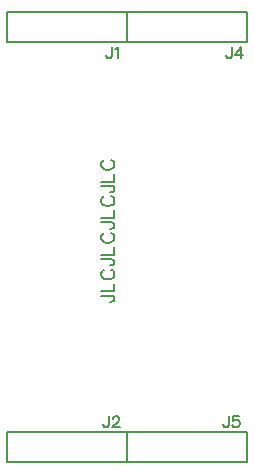
<source format=gto>
G04 Layer: TopSilkscreenLayer*
G04 EasyEDA v6.5.22, 2023-04-16 14:26:35*
G04 bb8b18280e224fb8820cbfc46fcd3399,5a6b42c53f6a479593ecc07194224c93,10*
G04 Gerber Generator version 0.2*
G04 Scale: 100 percent, Rotated: No, Reflected: No *
G04 Dimensions in millimeters *
G04 leading zeros omitted , absolute positions ,4 integer and 5 decimal *
%FSLAX45Y45*%
%MOMM*%

%ADD10C,0.2032*%
%ADD11C,0.1524*%
%ADD12C,0.2030*%

%LPD*%
D10*
X780541Y9541510D02*
G01*
X867918Y9541510D01*
X884174Y9535921D01*
X889761Y9530587D01*
X895095Y9519665D01*
X895095Y9508744D01*
X889761Y9497821D01*
X884174Y9492234D01*
X867918Y9486900D01*
X856995Y9486900D01*
X780541Y9577324D02*
G01*
X895095Y9577324D01*
X895095Y9577324D02*
G01*
X895095Y9642855D01*
X807974Y9760712D02*
G01*
X797052Y9755378D01*
X786129Y9744455D01*
X780541Y9733534D01*
X780541Y9711689D01*
X786129Y9700768D01*
X797052Y9689845D01*
X807974Y9684258D01*
X824229Y9678924D01*
X851408Y9678924D01*
X867918Y9684258D01*
X878840Y9689845D01*
X889761Y9700768D01*
X895095Y9711689D01*
X895095Y9733534D01*
X889761Y9744455D01*
X878840Y9755378D01*
X867918Y9760712D01*
X780541Y9851136D02*
G01*
X867918Y9851136D01*
X884174Y9845802D01*
X889761Y9840468D01*
X895095Y9829545D01*
X895095Y9818624D01*
X889761Y9807702D01*
X884174Y9802113D01*
X867918Y9796779D01*
X856995Y9796779D01*
X780541Y9887204D02*
G01*
X895095Y9887204D01*
X895095Y9887204D02*
G01*
X895095Y9952736D01*
X807974Y10070592D02*
G01*
X797052Y10065004D01*
X786129Y10054081D01*
X780541Y10043160D01*
X780541Y10021570D01*
X786129Y10010647D01*
X797052Y9999726D01*
X807974Y9994137D01*
X824229Y9988804D01*
X851408Y9988804D01*
X867918Y9994137D01*
X878840Y9999726D01*
X889761Y10010647D01*
X895095Y10021570D01*
X895095Y10043160D01*
X889761Y10054081D01*
X878840Y10065004D01*
X867918Y10070592D01*
X780541Y10161015D02*
G01*
X867918Y10161015D01*
X884174Y10155681D01*
X889761Y10150094D01*
X895095Y10139171D01*
X895095Y10128250D01*
X889761Y10117328D01*
X884174Y10111994D01*
X867918Y10106660D01*
X856995Y10106660D01*
X780541Y10197084D02*
G01*
X895095Y10197084D01*
X895095Y10197084D02*
G01*
X895095Y10262615D01*
X807974Y10380471D02*
G01*
X797052Y10374884D01*
X786129Y10363962D01*
X780541Y10353039D01*
X780541Y10331195D01*
X786129Y10320274D01*
X797052Y10309352D01*
X807974Y10304018D01*
X824229Y10298429D01*
X851408Y10298429D01*
X867918Y10304018D01*
X878840Y10309352D01*
X889761Y10320274D01*
X895095Y10331195D01*
X895095Y10353039D01*
X889761Y10363962D01*
X878840Y10374884D01*
X867918Y10380471D01*
X780541Y10470895D02*
G01*
X867918Y10470895D01*
X884174Y10465562D01*
X889761Y10459974D01*
X895095Y10449052D01*
X895095Y10438129D01*
X889761Y10427208D01*
X884174Y10421874D01*
X867918Y10416286D01*
X856995Y10416286D01*
X780541Y10506963D02*
G01*
X895095Y10506963D01*
X895095Y10506963D02*
G01*
X895095Y10572242D01*
X807974Y10690097D02*
G01*
X797052Y10684763D01*
X786129Y10673842D01*
X780541Y10662920D01*
X780541Y10641076D01*
X786129Y10630154D01*
X797052Y10619231D01*
X807974Y10613897D01*
X824229Y10608310D01*
X851408Y10608310D01*
X867918Y10613897D01*
X878840Y10619231D01*
X889761Y10630154D01*
X895095Y10641076D01*
X895095Y10662920D01*
X889761Y10673842D01*
X878840Y10684763D01*
X867918Y10690097D01*
D11*
X1886965Y11645137D02*
G01*
X1886965Y11572494D01*
X1882393Y11558778D01*
X1877822Y11554205D01*
X1868677Y11549634D01*
X1859788Y11549634D01*
X1850643Y11554205D01*
X1846072Y11558778D01*
X1841500Y11572494D01*
X1841500Y11581637D01*
X1962404Y11645137D02*
G01*
X1916938Y11581637D01*
X1985009Y11581637D01*
X1962404Y11645137D02*
G01*
X1962404Y11549634D01*
X1861565Y8520937D02*
G01*
X1861565Y8448294D01*
X1856993Y8434578D01*
X1852422Y8430005D01*
X1843277Y8425434D01*
X1834388Y8425434D01*
X1825243Y8430005D01*
X1820672Y8434578D01*
X1816100Y8448294D01*
X1816100Y8457437D01*
X1946147Y8520937D02*
G01*
X1900681Y8520937D01*
X1896109Y8480044D01*
X1900681Y8484615D01*
X1914397Y8489187D01*
X1927859Y8489187D01*
X1941575Y8484615D01*
X1950720Y8475471D01*
X1955291Y8462010D01*
X1955291Y8452865D01*
X1950720Y8439150D01*
X1941575Y8430005D01*
X1927859Y8425434D01*
X1914397Y8425434D01*
X1900681Y8430005D01*
X1896109Y8434578D01*
X1891538Y8443721D01*
X845565Y8520937D02*
G01*
X845565Y8448294D01*
X840993Y8434578D01*
X836422Y8430005D01*
X827277Y8425434D01*
X818388Y8425434D01*
X809243Y8430005D01*
X804672Y8434578D01*
X800100Y8448294D01*
X800100Y8457437D01*
X880109Y8498331D02*
G01*
X880109Y8502904D01*
X884681Y8511794D01*
X889254Y8516365D01*
X898397Y8520937D01*
X916431Y8520937D01*
X925575Y8516365D01*
X930147Y8511794D01*
X934720Y8502904D01*
X934720Y8493760D01*
X930147Y8484615D01*
X921004Y8470900D01*
X875538Y8425434D01*
X939291Y8425434D01*
X870953Y11645209D02*
G01*
X870953Y11572481D01*
X866409Y11558846D01*
X861862Y11554299D01*
X852771Y11549753D01*
X843681Y11549753D01*
X834590Y11554299D01*
X830046Y11558846D01*
X825500Y11572481D01*
X825500Y11581571D01*
X900953Y11627027D02*
G01*
X910046Y11631571D01*
X923681Y11645209D01*
X923681Y11549753D01*
D10*
X1003300Y11684000D02*
G01*
X1003300Y11938000D01*
X2019300Y11938000D01*
X2019300Y11684000D01*
X1828800Y11684000D01*
D12*
X1003300Y11684000D02*
G01*
X1828800Y11684000D01*
D10*
X1003300Y8128000D02*
G01*
X1003300Y8382000D01*
X2019300Y8382000D01*
X2019300Y8128000D01*
X1828800Y8128000D01*
D12*
X1003300Y8128000D02*
G01*
X1828800Y8128000D01*
D10*
X-12700Y8128000D02*
G01*
X-12700Y8382000D01*
X1003300Y8382000D01*
X1003300Y8128000D01*
X812800Y8128000D01*
D12*
X-12700Y8128000D02*
G01*
X812800Y8128000D01*
D10*
X-12700Y11684000D02*
G01*
X-12700Y11938000D01*
X1003300Y11938000D01*
X1003300Y11684000D01*
X812800Y11684000D01*
D12*
X-12700Y11684000D02*
G01*
X812800Y11684000D01*
M02*

</source>
